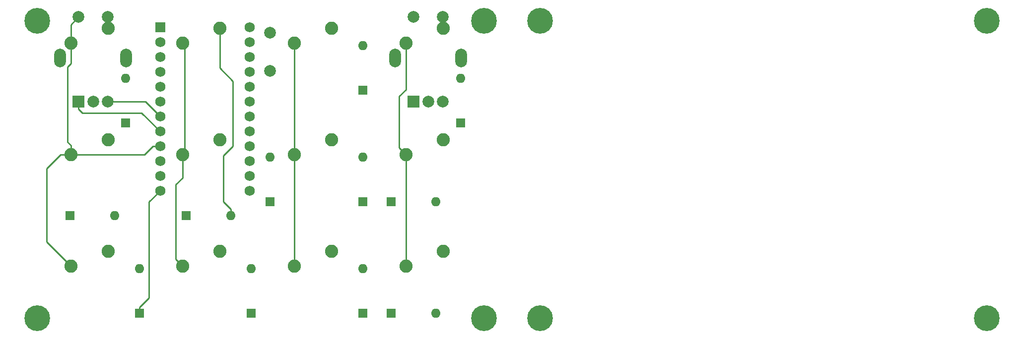
<source format=gbr>
G04 #@! TF.GenerationSoftware,KiCad,Pcbnew,(5.1.4)-1*
G04 #@! TF.CreationDate,2021-01-23T00:36:45-05:00*
G04 #@! TF.ProjectId,macropad,6d616372-6f70-4616-942e-6b696361645f,rev?*
G04 #@! TF.SameCoordinates,Original*
G04 #@! TF.FileFunction,Copper,L1,Top*
G04 #@! TF.FilePolarity,Positive*
%FSLAX46Y46*%
G04 Gerber Fmt 4.6, Leading zero omitted, Abs format (unit mm)*
G04 Created by KiCad (PCBNEW (5.1.4)-1) date 2021-01-23 00:36:45*
%MOMM*%
%LPD*%
G04 APERTURE LIST*
%ADD10R,2.000000X2.000000*%
%ADD11C,2.000000*%
%ADD12O,2.000000X3.200000*%
%ADD13C,2.250000*%
%ADD14C,4.400000*%
%ADD15R,1.752600X1.752600*%
%ADD16C,1.752600*%
%ADD17O,1.600000X1.600000*%
%ADD18R,1.600000X1.600000*%
%ADD19C,0.254000*%
G04 APERTURE END LIST*
D10*
X172918750Y-71000000D03*
D11*
X175418750Y-71000000D03*
X177918750Y-71000000D03*
D12*
X169818750Y-63500000D03*
X181018750Y-63500000D03*
D11*
X172918750Y-56500000D03*
X177918750Y-56500000D03*
D10*
X115768750Y-71000000D03*
D11*
X118268750Y-71000000D03*
X120768750Y-71000000D03*
D12*
X112668750Y-63500000D03*
X123868750Y-63500000D03*
D11*
X115768750Y-56500000D03*
X120768750Y-56500000D03*
D13*
X177958750Y-96520000D03*
X171608750Y-99060000D03*
X177958750Y-77470000D03*
X171608750Y-80010000D03*
X177958750Y-58420000D03*
X171608750Y-60960000D03*
X158908750Y-96520000D03*
X152558750Y-99060000D03*
X158908750Y-77470000D03*
X152558750Y-80010000D03*
X158908750Y-58420000D03*
X152558750Y-60960000D03*
X139858750Y-96520000D03*
X133508750Y-99060000D03*
X139858750Y-77470000D03*
X133508750Y-80010000D03*
X139858750Y-58420000D03*
X133508750Y-60960000D03*
X120808750Y-96520000D03*
X114458750Y-99060000D03*
X120808750Y-77470000D03*
X114458750Y-80010000D03*
X120808750Y-58420000D03*
X114458750Y-60960000D03*
D14*
X270668750Y-107950000D03*
X194468750Y-107950000D03*
X270668750Y-57150000D03*
X194468750Y-57150000D03*
D11*
X148463000Y-65734000D03*
X148463000Y-59234000D03*
D15*
X129698750Y-58261250D03*
D16*
X129698750Y-60801250D03*
X129698750Y-63341250D03*
X129698750Y-65881250D03*
X129698750Y-68421250D03*
X129698750Y-70961250D03*
X129698750Y-73501250D03*
X129698750Y-76041250D03*
X129698750Y-78581250D03*
X129698750Y-81121250D03*
X129698750Y-83661250D03*
X144938750Y-86201250D03*
X144938750Y-83661250D03*
X144938750Y-81121250D03*
X144938750Y-78581250D03*
X144938750Y-76041250D03*
X144938750Y-73501250D03*
X144938750Y-70961250D03*
X144938750Y-68421250D03*
X144938750Y-65881250D03*
X144938750Y-63341250D03*
X144938750Y-60801250D03*
X129698750Y-86201250D03*
X144938750Y-58261250D03*
D14*
X184943750Y-107950000D03*
X108743750Y-107950000D03*
X184943750Y-57150000D03*
X108743750Y-57150000D03*
D17*
X176688750Y-107156250D03*
D18*
X169068750Y-107156250D03*
D17*
X176688750Y-88106250D03*
D18*
X169068750Y-88106250D03*
D17*
X180975000Y-66992500D03*
D18*
X180975000Y-74612500D03*
D17*
X164306250Y-99536250D03*
D18*
X164306250Y-107156250D03*
D17*
X164306250Y-80486250D03*
D18*
X164306250Y-88106250D03*
D17*
X164306250Y-61436250D03*
D18*
X164306250Y-69056250D03*
D17*
X145256250Y-99536250D03*
D18*
X145256250Y-107156250D03*
D17*
X148431250Y-80486250D03*
D18*
X148431250Y-88106250D03*
D17*
X141763750Y-90487500D03*
D18*
X134143750Y-90487500D03*
D17*
X126206250Y-99536250D03*
D18*
X126206250Y-107156250D03*
D17*
X121920000Y-90487500D03*
D18*
X114300000Y-90487500D03*
D17*
X123825000Y-66992500D03*
D18*
X123825000Y-74612500D03*
D19*
X127793750Y-88106250D02*
X129698750Y-86201250D01*
X127793750Y-104514750D02*
X127793750Y-88106250D01*
X126206250Y-107156250D02*
X126206250Y-106102250D01*
X126206250Y-106102250D02*
X127793750Y-104514750D01*
X142081250Y-67468750D02*
X139858750Y-65246250D01*
X142081250Y-78581250D02*
X142081250Y-67468750D01*
X140493750Y-80168750D02*
X142081250Y-78581250D01*
X140493750Y-88086130D02*
X140493750Y-80168750D01*
X141763750Y-90487500D02*
X141763750Y-89356130D01*
X141763750Y-89356130D02*
X140493750Y-88086130D01*
X139858750Y-65246250D02*
X139858750Y-58420000D01*
X127030725Y-80010000D02*
X114458750Y-80010000D01*
X128459475Y-78581250D02*
X127030725Y-80010000D01*
X129698750Y-78581250D02*
X128459475Y-78581250D01*
X110331250Y-94932500D02*
X114458750Y-99060000D01*
X110331250Y-82396510D02*
X110331250Y-94932500D01*
X114458750Y-80010000D02*
X112717760Y-80010000D01*
X112717760Y-80010000D02*
X110331250Y-82396510D01*
X114458750Y-57810000D02*
X115768750Y-56500000D01*
X114458750Y-60960000D02*
X114458750Y-57810000D01*
X114458750Y-64484250D02*
X114458750Y-60960000D01*
X113919000Y-65024000D02*
X114458750Y-64484250D01*
X113919000Y-77879260D02*
X113919000Y-65024000D01*
X114458750Y-78419010D02*
X114458750Y-80010000D01*
X113919000Y-77879260D02*
X114458750Y-78419010D01*
X133858000Y-61309250D02*
X133508750Y-60960000D01*
X133508750Y-80010000D02*
X133858000Y-79660750D01*
X133858000Y-79660750D02*
X133858000Y-61309250D01*
X134143750Y-80645000D02*
X133508750Y-80010000D01*
X133508750Y-99060000D02*
X132334000Y-97885250D01*
X132334000Y-97885250D02*
X132334000Y-85153500D01*
X133508750Y-83978750D02*
X133508750Y-80010000D01*
X132334000Y-85153500D02*
X133508750Y-83978750D01*
X153193750Y-79375000D02*
X152558750Y-80010000D01*
X152558750Y-60960000D02*
X153193750Y-61595000D01*
X152558750Y-60960000D02*
X152558750Y-80010000D01*
X152558750Y-80010000D02*
X152558750Y-99060000D01*
X171608750Y-98910000D02*
X171608750Y-99060000D01*
X172243750Y-98275000D02*
X171608750Y-98910000D01*
X171608750Y-60960000D02*
X171608750Y-68929250D01*
X170483751Y-78885001D02*
X171608750Y-80010000D01*
X170483751Y-70054249D02*
X170483751Y-78885001D01*
X171608750Y-68929250D02*
X170483751Y-70054249D01*
X171608750Y-80010000D02*
X171608750Y-99060000D01*
X171608750Y-80010000D02*
X172243750Y-80645000D01*
X115768750Y-72254000D02*
X116412750Y-72898000D01*
X115768750Y-71000000D02*
X115768750Y-72254000D01*
X126555500Y-72898000D02*
X129698750Y-76041250D01*
X116412750Y-72898000D02*
X126555500Y-72898000D01*
X127197500Y-71000000D02*
X129698750Y-73501250D01*
X120768750Y-71000000D02*
X127197500Y-71000000D01*
M02*

</source>
